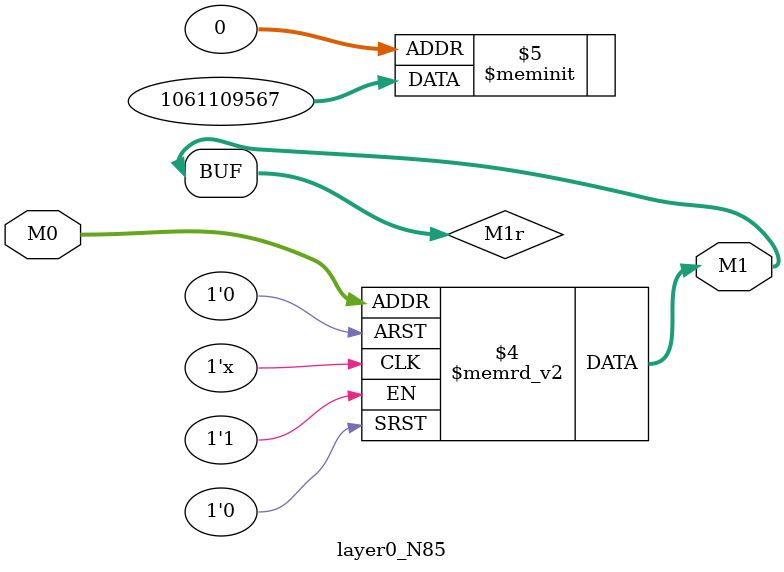
<source format=v>
module layer0_N85 ( input [3:0] M0, output [1:0] M1 );

	(*rom_style = "distributed" *) reg [1:0] M1r;
	assign M1 = M1r;
	always @ (M0) begin
		case (M0)
			4'b0000: M1r = 2'b11;
			4'b1000: M1r = 2'b11;
			4'b0100: M1r = 2'b11;
			4'b1100: M1r = 2'b11;
			4'b0010: M1r = 2'b11;
			4'b1010: M1r = 2'b11;
			4'b0110: M1r = 2'b11;
			4'b1110: M1r = 2'b11;
			4'b0001: M1r = 2'b11;
			4'b1001: M1r = 2'b11;
			4'b0101: M1r = 2'b11;
			4'b1101: M1r = 2'b11;
			4'b0011: M1r = 2'b00;
			4'b1011: M1r = 2'b00;
			4'b0111: M1r = 2'b00;
			4'b1111: M1r = 2'b00;

		endcase
	end
endmodule

</source>
